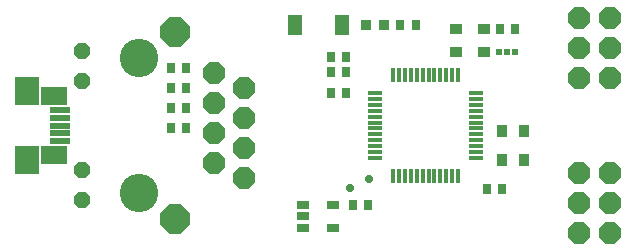
<source format=gbr>
G04 EAGLE Gerber X2 export*
G75*
%MOMM*%
%FSLAX34Y34*%
%LPD*%
%AMOC8*
5,1,8,0,0,1.08239X$1,22.5*%
G01*
%ADD10R,0.660400X0.863600*%
%ADD11P,2.058273X8X292.500000*%
%ADD12C,3.251600*%
%ADD13P,2.707707X8X292.500000*%
%ADD14P,1.525737X8X292.500000*%
%ADD15P,2.034460X8X202.500000*%
%ADD16R,0.901600X0.901600*%
%ADD17R,1.801600X0.551600*%
%ADD18R,2.201600X1.576600*%
%ADD19R,2.001600X2.476600*%
%ADD20R,0.355600X1.244600*%
%ADD21R,1.244600X0.355600*%
%ADD22R,1.117600X0.863600*%
%ADD23R,0.863600X1.117600*%
%ADD24R,1.091600X0.791600*%
%ADD25R,1.301600X1.801600*%
%ADD26C,0.701600*%
%ADD27R,0.601600X0.601600*%


D10*
X282500Y150000D03*
X269500Y150000D03*
D11*
X196600Y60550D03*
X171200Y73250D03*
X196600Y85950D03*
X196600Y111350D03*
X196600Y136750D03*
X171200Y98650D03*
X171200Y124050D03*
X171200Y149450D03*
D12*
X107700Y162150D03*
X107700Y47850D03*
D13*
X138200Y184000D03*
X138200Y26000D03*
D14*
X58700Y168250D03*
X58700Y142850D03*
X58700Y67150D03*
X58700Y41750D03*
D10*
X147500Y102500D03*
X134500Y102500D03*
X282500Y163000D03*
X269500Y163000D03*
X147500Y120000D03*
X134500Y120000D03*
X147500Y137000D03*
X134500Y137000D03*
X147500Y154000D03*
X134500Y154000D03*
D15*
X506000Y145000D03*
X506000Y170400D03*
X506000Y195800D03*
X480000Y145000D03*
X480000Y170400D03*
X480000Y195800D03*
X506000Y14000D03*
X506000Y39400D03*
X506000Y64800D03*
X480000Y14000D03*
X480000Y39400D03*
X480000Y64800D03*
D16*
X299500Y190000D03*
X314500Y190000D03*
D17*
X40500Y105000D03*
X40500Y98500D03*
X40500Y111500D03*
X40500Y118000D03*
X40500Y92000D03*
D18*
X35500Y80000D03*
X35500Y130000D03*
D19*
X12500Y75500D03*
X12500Y134500D03*
D20*
X377500Y62500D03*
X372500Y62500D03*
X367500Y62500D03*
X362500Y62500D03*
X357500Y62500D03*
X352500Y62500D03*
X347500Y62500D03*
X342500Y62500D03*
X337500Y62500D03*
X332500Y62500D03*
X327500Y62500D03*
X322500Y62500D03*
D21*
X307500Y77500D03*
X307500Y82500D03*
X307500Y87500D03*
X307500Y92500D03*
X307500Y97500D03*
X307500Y102500D03*
X307500Y107500D03*
X307500Y112500D03*
X307500Y117500D03*
X307500Y122500D03*
X307500Y127500D03*
X307500Y132500D03*
D20*
X322500Y147500D03*
X327500Y147500D03*
X332500Y147500D03*
X337500Y147500D03*
X342500Y147500D03*
X347500Y147500D03*
X352500Y147500D03*
X357500Y147500D03*
X362500Y147500D03*
X367500Y147500D03*
X372500Y147500D03*
X377500Y147500D03*
D21*
X392500Y132500D03*
X392500Y127500D03*
X392500Y122500D03*
X392500Y117500D03*
X392500Y112500D03*
X392500Y107500D03*
X392500Y102500D03*
X392500Y97500D03*
X392500Y92500D03*
X392500Y87500D03*
X392500Y82500D03*
X392500Y77500D03*
D22*
X399800Y167525D03*
X375788Y167525D03*
X375788Y186475D03*
X399800Y186475D03*
D23*
X414525Y76200D03*
X414525Y100213D03*
X433475Y100213D03*
X433475Y76200D03*
D24*
X246100Y18500D03*
X246100Y28000D03*
X246100Y37500D03*
X272000Y37500D03*
X272000Y18500D03*
D10*
X288500Y37500D03*
X301500Y37500D03*
X341500Y190000D03*
X328500Y190000D03*
D25*
X239000Y190000D03*
X279000Y190000D03*
D10*
X415000Y51500D03*
X402000Y51500D03*
X413000Y186500D03*
X426000Y186500D03*
D26*
X286000Y52000D03*
X302000Y60000D03*
D10*
X282500Y132500D03*
X269500Y132500D03*
D27*
X419000Y167500D03*
X426000Y167500D03*
X412000Y167500D03*
M02*

</source>
